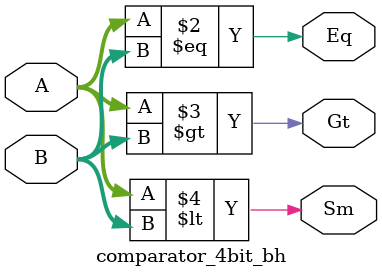
<source format=v>

module comparator_4bit_bh(Eq,Gt,Sm,A,B);

input	[3:0]	A,B;
output	reg		Eq,Gt,Sm;

always @(*) begin
	Eq = (A == B);
	Gt = (A > B);
	Sm = (A < B);
end

endmodule
</source>
